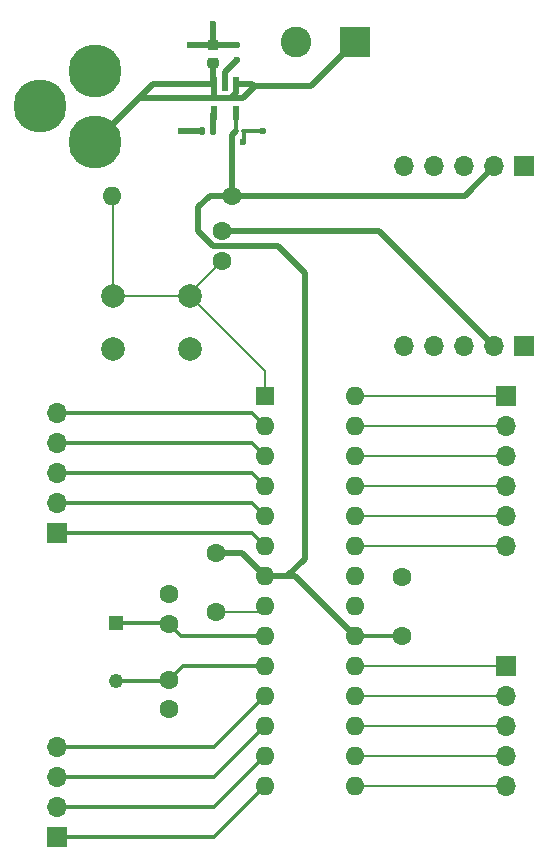
<source format=gtl>
G04 #@! TF.GenerationSoftware,KiCad,Pcbnew,8.0.4*
G04 #@! TF.CreationDate,2024-11-21T22:47:59-05:00*
G04 #@! TF.ProjectId,MCU_ATMEGA328p_minimum,4d43555f-4154-44d4-9547-41333238705f,rev?*
G04 #@! TF.SameCoordinates,Original*
G04 #@! TF.FileFunction,Copper,L1,Top*
G04 #@! TF.FilePolarity,Positive*
%FSLAX46Y46*%
G04 Gerber Fmt 4.6, Leading zero omitted, Abs format (unit mm)*
G04 Created by KiCad (PCBNEW 8.0.4) date 2024-11-21 22:47:59*
%MOMM*%
%LPD*%
G01*
G04 APERTURE LIST*
G04 Aperture macros list*
%AMRoundRect*
0 Rectangle with rounded corners*
0 $1 Rounding radius*
0 $2 $3 $4 $5 $6 $7 $8 $9 X,Y pos of 4 corners*
0 Add a 4 corners polygon primitive as box body*
4,1,4,$2,$3,$4,$5,$6,$7,$8,$9,$2,$3,0*
0 Add four circle primitives for the rounded corners*
1,1,$1+$1,$2,$3*
1,1,$1+$1,$4,$5*
1,1,$1+$1,$6,$7*
1,1,$1+$1,$8,$9*
0 Add four rect primitives between the rounded corners*
20,1,$1+$1,$2,$3,$4,$5,0*
20,1,$1+$1,$4,$5,$6,$7,0*
20,1,$1+$1,$6,$7,$8,$9,0*
20,1,$1+$1,$8,$9,$2,$3,0*%
G04 Aperture macros list end*
G04 #@! TA.AperFunction,SMDPad,CuDef*
%ADD10RoundRect,0.100000X-0.130000X-0.100000X0.130000X-0.100000X0.130000X0.100000X-0.130000X0.100000X0*%
G04 #@! TD*
G04 #@! TA.AperFunction,ComponentPad*
%ADD11R,1.700000X1.700000*%
G04 #@! TD*
G04 #@! TA.AperFunction,ComponentPad*
%ADD12O,1.700000X1.700000*%
G04 #@! TD*
G04 #@! TA.AperFunction,ComponentPad*
%ADD13C,4.500000*%
G04 #@! TD*
G04 #@! TA.AperFunction,ComponentPad*
%ADD14C,1.600000*%
G04 #@! TD*
G04 #@! TA.AperFunction,ComponentPad*
%ADD15R,2.600000X2.600000*%
G04 #@! TD*
G04 #@! TA.AperFunction,ComponentPad*
%ADD16C,2.600000*%
G04 #@! TD*
G04 #@! TA.AperFunction,ComponentPad*
%ADD17R,1.600000X1.600000*%
G04 #@! TD*
G04 #@! TA.AperFunction,ComponentPad*
%ADD18O,1.600000X1.600000*%
G04 #@! TD*
G04 #@! TA.AperFunction,SMDPad,CuDef*
%ADD19RoundRect,0.225000X0.250000X-0.225000X0.250000X0.225000X-0.250000X0.225000X-0.250000X-0.225000X0*%
G04 #@! TD*
G04 #@! TA.AperFunction,SMDPad,CuDef*
%ADD20R,0.550000X1.300000*%
G04 #@! TD*
G04 #@! TA.AperFunction,ComponentPad*
%ADD21C,2.000000*%
G04 #@! TD*
G04 #@! TA.AperFunction,SMDPad,CuDef*
%ADD22RoundRect,0.140000X0.140000X0.170000X-0.140000X0.170000X-0.140000X-0.170000X0.140000X-0.170000X0*%
G04 #@! TD*
G04 #@! TA.AperFunction,ComponentPad*
%ADD23R,1.219200X1.219200*%
G04 #@! TD*
G04 #@! TA.AperFunction,ComponentPad*
%ADD24C,1.219200*%
G04 #@! TD*
G04 #@! TA.AperFunction,ViaPad*
%ADD25C,0.600000*%
G04 #@! TD*
G04 #@! TA.AperFunction,Conductor*
%ADD26C,0.300000*%
G04 #@! TD*
G04 #@! TA.AperFunction,Conductor*
%ADD27C,0.500000*%
G04 #@! TD*
G04 #@! TA.AperFunction,Conductor*
%ADD28C,0.200000*%
G04 #@! TD*
G04 APERTURE END LIST*
D10*
X96430000Y-50025000D03*
X97070000Y-50025000D03*
D11*
X120825000Y-53000000D03*
D12*
X118285000Y-53000000D03*
X115745000Y-53000000D03*
X113205000Y-53000000D03*
X110665000Y-53000000D03*
D13*
X84500000Y-50950000D03*
X84500000Y-44950000D03*
X79800000Y-47950000D03*
D11*
X120825000Y-68250000D03*
D12*
X118285000Y-68250000D03*
X115745000Y-68250000D03*
X113205000Y-68250000D03*
X110665000Y-68250000D03*
D14*
X90750000Y-96500000D03*
X90750000Y-99000000D03*
D11*
X119250000Y-72460000D03*
D12*
X119250000Y-75000000D03*
X119250000Y-77540000D03*
X119250000Y-80080000D03*
X119250000Y-82620000D03*
X119250000Y-85160000D03*
D15*
X106500000Y-42500000D03*
D16*
X101500000Y-42500000D03*
D17*
X98880000Y-72480000D03*
D18*
X98880000Y-75020000D03*
X98880000Y-77560000D03*
X98880000Y-80100000D03*
X98880000Y-82640000D03*
X98880000Y-85180000D03*
X98880000Y-87720000D03*
X98880000Y-90260000D03*
X98880000Y-92800000D03*
X98880000Y-95340000D03*
X98880000Y-97880000D03*
X98880000Y-100420000D03*
X98880000Y-102960000D03*
X98880000Y-105500000D03*
X106500000Y-105500000D03*
X106500000Y-102960000D03*
X106500000Y-100420000D03*
X106500000Y-97880000D03*
X106500000Y-95340000D03*
X106500000Y-92800000D03*
X106500000Y-90260000D03*
X106500000Y-87720000D03*
X106500000Y-85180000D03*
X106500000Y-82640000D03*
X106500000Y-80100000D03*
X106500000Y-77560000D03*
X106500000Y-75020000D03*
X106500000Y-72480000D03*
D19*
X94500000Y-44300000D03*
X94500000Y-42750000D03*
D20*
X96450000Y-46025000D03*
X95500000Y-46025000D03*
X94550000Y-46025000D03*
X94550000Y-48525000D03*
X96450000Y-48525000D03*
D11*
X81250000Y-109830000D03*
D12*
X81250000Y-107290000D03*
X81250000Y-104750000D03*
X81250000Y-102210000D03*
D14*
X94750000Y-85750000D03*
X94750000Y-90750000D03*
X90750000Y-91750000D03*
X90750000Y-89250000D03*
D21*
X86000000Y-64000000D03*
X92500000Y-64000000D03*
X86000000Y-68500000D03*
X92500000Y-68500000D03*
D22*
X94480000Y-50025000D03*
X93520000Y-50025000D03*
D14*
X110500000Y-92750000D03*
X110500000Y-87750000D03*
X96080000Y-55500000D03*
D18*
X85920000Y-55500000D03*
D11*
X119250000Y-95340000D03*
D12*
X119250000Y-97880000D03*
X119250000Y-100420000D03*
X119250000Y-102960000D03*
X119250000Y-105500000D03*
D23*
X86250000Y-91696600D03*
D24*
X86250000Y-96573400D03*
D11*
X81250000Y-84080000D03*
D12*
X81250000Y-81540000D03*
X81250000Y-79000000D03*
X81250000Y-76460000D03*
X81250000Y-73920000D03*
D14*
X95250000Y-61000000D03*
X95250000Y-58500000D03*
D25*
X97000000Y-51000000D03*
X94500000Y-41000000D03*
X96500000Y-44000000D03*
X91750000Y-50000000D03*
X92500000Y-42750000D03*
X96500000Y-42750000D03*
X98750000Y-50000000D03*
D26*
X91910000Y-95340000D02*
X90750000Y-96500000D01*
X90676600Y-96573400D02*
X90750000Y-96500000D01*
X98880000Y-95340000D02*
X91910000Y-95340000D01*
X86250000Y-96573400D02*
X90676600Y-96573400D01*
X110250000Y-92750000D02*
X110200000Y-92800000D01*
X96430000Y-50025000D02*
X96430000Y-48545000D01*
D27*
X118285000Y-53000000D02*
X115785000Y-55500000D01*
X93250000Y-56500000D02*
X93250000Y-58500000D01*
X102250000Y-86250000D02*
X100780000Y-87720000D01*
X100780000Y-87720000D02*
X101420000Y-87720000D01*
X94750000Y-85750000D02*
X96910000Y-85750000D01*
X96080000Y-50335000D02*
X96390000Y-50025000D01*
X94500000Y-59750000D02*
X99960000Y-59750000D01*
D26*
X110500000Y-92750000D02*
X110250000Y-92750000D01*
D27*
X99960000Y-59750000D02*
X102250000Y-62040000D01*
X101420000Y-87720000D02*
X106500000Y-92800000D01*
X96080000Y-55500000D02*
X94250000Y-55500000D01*
X96910000Y-85750000D02*
X98880000Y-87720000D01*
D26*
X96430000Y-48545000D02*
X96450000Y-48525000D01*
D27*
X115785000Y-55500000D02*
X96080000Y-55500000D01*
D26*
X110200000Y-92800000D02*
X106500000Y-92800000D01*
D27*
X100780000Y-87720000D02*
X98880000Y-87720000D01*
X94250000Y-55500000D02*
X93250000Y-56500000D01*
X102250000Y-62040000D02*
X102250000Y-86250000D01*
X93250000Y-58500000D02*
X94500000Y-59750000D01*
X96080000Y-55500000D02*
X96080000Y-50335000D01*
D26*
X90696600Y-91696600D02*
X90750000Y-91750000D01*
X86250000Y-91696600D02*
X90696600Y-91696600D01*
X90750000Y-91750000D02*
X91800000Y-92800000D01*
X91800000Y-92800000D02*
X98880000Y-92800000D01*
D28*
X94750000Y-90750000D02*
X95240000Y-90260000D01*
D27*
X91775000Y-50025000D02*
X91750000Y-50000000D01*
D26*
X97070000Y-50930000D02*
X97000000Y-51000000D01*
D27*
X95500000Y-45000000D02*
X96500000Y-44000000D01*
X93520000Y-50025000D02*
X91775000Y-50025000D01*
X94500000Y-42750000D02*
X94500000Y-41000000D01*
D28*
X94750000Y-90750000D02*
X98390000Y-90750000D01*
D27*
X94500000Y-42750000D02*
X92500000Y-42750000D01*
X95500000Y-46025000D02*
X95500000Y-45000000D01*
D26*
X97070000Y-50025000D02*
X98725000Y-50025000D01*
X98725000Y-50025000D02*
X98750000Y-50000000D01*
D27*
X94500000Y-42750000D02*
X96500000Y-42750000D01*
D28*
X98390000Y-90750000D02*
X98880000Y-90260000D01*
D26*
X97070000Y-50025000D02*
X97070000Y-50930000D01*
D28*
X106500000Y-80100000D02*
X119230000Y-80100000D01*
X119230000Y-80100000D02*
X119250000Y-80080000D01*
X106500000Y-85180000D02*
X119230000Y-85180000D01*
X119230000Y-85180000D02*
X119250000Y-85160000D01*
X119230000Y-82640000D02*
X119250000Y-82620000D01*
X106500000Y-82640000D02*
X119230000Y-82640000D01*
X92750000Y-63750000D02*
X92750000Y-63500000D01*
X85500000Y-63500000D02*
X86000000Y-64000000D01*
X85920000Y-63920000D02*
X86000000Y-64000000D01*
X92500000Y-64000000D02*
X98880000Y-70380000D01*
X92500000Y-64000000D02*
X86000000Y-64000000D01*
X98880000Y-70380000D02*
X98880000Y-72480000D01*
D26*
X92500000Y-63750000D02*
X92500000Y-64000000D01*
D28*
X92500000Y-64000000D02*
X92750000Y-63750000D01*
X86000000Y-64000000D02*
X86000000Y-55580000D01*
X98880000Y-72480000D02*
X98980000Y-72480000D01*
X92750000Y-63500000D02*
X95250000Y-61000000D01*
X86000000Y-55580000D02*
X85920000Y-55500000D01*
X119230000Y-77560000D02*
X119250000Y-77540000D01*
X106500000Y-77560000D02*
X119230000Y-77560000D01*
X119230000Y-72480000D02*
X119250000Y-72460000D01*
X106500000Y-72480000D02*
X119230000Y-72480000D01*
X106500000Y-75020000D02*
X119230000Y-75020000D01*
X119230000Y-75020000D02*
X119250000Y-75000000D01*
X119250000Y-105500000D02*
X106500000Y-105500000D01*
X106500000Y-97880000D02*
X119250000Y-97880000D01*
X106500000Y-95340000D02*
X119250000Y-95340000D01*
X119250000Y-102960000D02*
X106500000Y-102960000D01*
X106500000Y-100420000D02*
X119250000Y-100420000D01*
D26*
X97780000Y-84080000D02*
X98880000Y-85180000D01*
X81250000Y-84080000D02*
X97780000Y-84080000D01*
X81250000Y-81540000D02*
X97780000Y-81540000D01*
X97780000Y-81540000D02*
X98880000Y-82640000D01*
X81250000Y-79000000D02*
X97780000Y-79000000D01*
X97780000Y-79000000D02*
X98880000Y-80100000D01*
X97780000Y-73920000D02*
X98880000Y-75020000D01*
X81250000Y-73920000D02*
X97780000Y-73920000D01*
X97780000Y-76460000D02*
X98880000Y-77560000D01*
X81250000Y-76460000D02*
X97780000Y-76460000D01*
X81250000Y-109830000D02*
X94550000Y-109830000D01*
X94550000Y-109830000D02*
X98880000Y-105500000D01*
X94550000Y-107290000D02*
X98880000Y-102960000D01*
X81250000Y-107290000D02*
X94550000Y-107290000D01*
X81250000Y-102210000D02*
X94550000Y-102210000D01*
X94550000Y-102210000D02*
X98880000Y-97880000D01*
X94550000Y-104750000D02*
X98880000Y-100420000D01*
X81250000Y-104750000D02*
X94550000Y-104750000D01*
D27*
X95250000Y-58500000D02*
X108535000Y-58500000D01*
X108535000Y-58500000D02*
X118285000Y-68250000D01*
X94480000Y-50025000D02*
X94480000Y-48595000D01*
X94480000Y-48595000D02*
X94550000Y-48525000D01*
X98000000Y-46250000D02*
X97775000Y-46025000D01*
X96450000Y-46800000D02*
X96000000Y-47250000D01*
X94500000Y-45975000D02*
X94550000Y-46025000D01*
X88200000Y-47250000D02*
X94500000Y-47250000D01*
X96000000Y-47250000D02*
X97000000Y-47250000D01*
X98000000Y-46250000D02*
X102750000Y-46250000D01*
X96450000Y-46025000D02*
X96450000Y-45800000D01*
X94550000Y-46025000D02*
X94550000Y-47200000D01*
X84500000Y-50950000D02*
X89425000Y-46025000D01*
X84500000Y-50950000D02*
X88200000Y-47250000D01*
X94500000Y-47250000D02*
X96000000Y-47250000D01*
X97775000Y-46025000D02*
X96450000Y-46025000D01*
X89425000Y-46025000D02*
X94550000Y-46025000D01*
X94500000Y-44300000D02*
X94500000Y-45975000D01*
X102750000Y-46250000D02*
X106500000Y-42500000D01*
X98000000Y-46250000D02*
X97000000Y-47250000D01*
X94550000Y-47200000D02*
X94500000Y-47250000D01*
X96450000Y-46025000D02*
X96450000Y-46800000D01*
M02*

</source>
